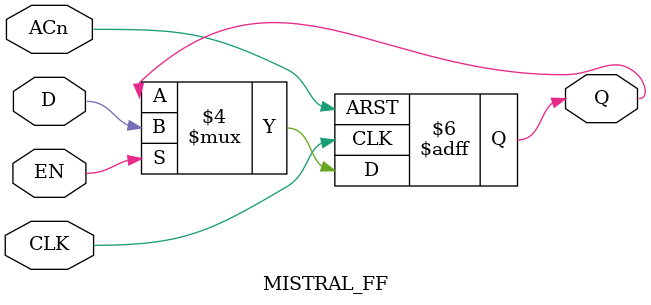
<source format=v>
module MISTRAL_FF(input D, CLK, ACn, EN, output reg Q);

parameter [0:0] INIT = 1'b0;

initial Q = INIT;

always @(posedge CLK or negedge ACn) begin
    if (!ACn) begin
        Q <= 0;
    end
    else begin
        if (EN) Q <= D;
    end
end

endmodule

</source>
